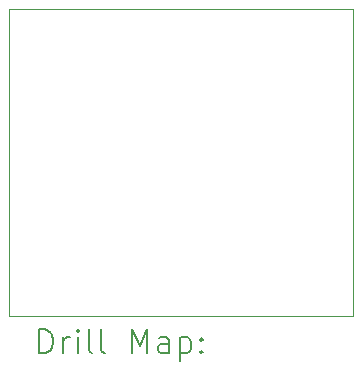
<source format=gbr>
%TF.GenerationSoftware,KiCad,Pcbnew,8.0.2*%
%TF.CreationDate,2024-08-21T00:08:59-07:00*%
%TF.ProjectId,socket_test,736f636b-6574-45f7-9465-73742e6b6963,rev?*%
%TF.SameCoordinates,Original*%
%TF.FileFunction,Drillmap*%
%TF.FilePolarity,Positive*%
%FSLAX45Y45*%
G04 Gerber Fmt 4.5, Leading zero omitted, Abs format (unit mm)*
G04 Created by KiCad (PCBNEW 8.0.2) date 2024-08-21 00:08:59*
%MOMM*%
%LPD*%
G01*
G04 APERTURE LIST*
%ADD10C,0.050000*%
%ADD11C,0.200000*%
G04 APERTURE END LIST*
D10*
X23558500Y-12506960D02*
X26469340Y-12506960D01*
X26469340Y-15105380D01*
X23558500Y-15105380D01*
X23558500Y-12506960D01*
D11*
X23816777Y-15419364D02*
X23816777Y-15219364D01*
X23816777Y-15219364D02*
X23864396Y-15219364D01*
X23864396Y-15219364D02*
X23892967Y-15228888D01*
X23892967Y-15228888D02*
X23912015Y-15247935D01*
X23912015Y-15247935D02*
X23921539Y-15266983D01*
X23921539Y-15266983D02*
X23931062Y-15305078D01*
X23931062Y-15305078D02*
X23931062Y-15333649D01*
X23931062Y-15333649D02*
X23921539Y-15371745D01*
X23921539Y-15371745D02*
X23912015Y-15390792D01*
X23912015Y-15390792D02*
X23892967Y-15409840D01*
X23892967Y-15409840D02*
X23864396Y-15419364D01*
X23864396Y-15419364D02*
X23816777Y-15419364D01*
X24016777Y-15419364D02*
X24016777Y-15286030D01*
X24016777Y-15324126D02*
X24026301Y-15305078D01*
X24026301Y-15305078D02*
X24035824Y-15295554D01*
X24035824Y-15295554D02*
X24054872Y-15286030D01*
X24054872Y-15286030D02*
X24073920Y-15286030D01*
X24140586Y-15419364D02*
X24140586Y-15286030D01*
X24140586Y-15219364D02*
X24131062Y-15228888D01*
X24131062Y-15228888D02*
X24140586Y-15238411D01*
X24140586Y-15238411D02*
X24150110Y-15228888D01*
X24150110Y-15228888D02*
X24140586Y-15219364D01*
X24140586Y-15219364D02*
X24140586Y-15238411D01*
X24264396Y-15419364D02*
X24245348Y-15409840D01*
X24245348Y-15409840D02*
X24235824Y-15390792D01*
X24235824Y-15390792D02*
X24235824Y-15219364D01*
X24369158Y-15419364D02*
X24350110Y-15409840D01*
X24350110Y-15409840D02*
X24340586Y-15390792D01*
X24340586Y-15390792D02*
X24340586Y-15219364D01*
X24597729Y-15419364D02*
X24597729Y-15219364D01*
X24597729Y-15219364D02*
X24664396Y-15362221D01*
X24664396Y-15362221D02*
X24731062Y-15219364D01*
X24731062Y-15219364D02*
X24731062Y-15419364D01*
X24912015Y-15419364D02*
X24912015Y-15314602D01*
X24912015Y-15314602D02*
X24902491Y-15295554D01*
X24902491Y-15295554D02*
X24883443Y-15286030D01*
X24883443Y-15286030D02*
X24845348Y-15286030D01*
X24845348Y-15286030D02*
X24826301Y-15295554D01*
X24912015Y-15409840D02*
X24892967Y-15419364D01*
X24892967Y-15419364D02*
X24845348Y-15419364D01*
X24845348Y-15419364D02*
X24826301Y-15409840D01*
X24826301Y-15409840D02*
X24816777Y-15390792D01*
X24816777Y-15390792D02*
X24816777Y-15371745D01*
X24816777Y-15371745D02*
X24826301Y-15352697D01*
X24826301Y-15352697D02*
X24845348Y-15343173D01*
X24845348Y-15343173D02*
X24892967Y-15343173D01*
X24892967Y-15343173D02*
X24912015Y-15333649D01*
X25007253Y-15286030D02*
X25007253Y-15486030D01*
X25007253Y-15295554D02*
X25026301Y-15286030D01*
X25026301Y-15286030D02*
X25064396Y-15286030D01*
X25064396Y-15286030D02*
X25083443Y-15295554D01*
X25083443Y-15295554D02*
X25092967Y-15305078D01*
X25092967Y-15305078D02*
X25102491Y-15324126D01*
X25102491Y-15324126D02*
X25102491Y-15381268D01*
X25102491Y-15381268D02*
X25092967Y-15400316D01*
X25092967Y-15400316D02*
X25083443Y-15409840D01*
X25083443Y-15409840D02*
X25064396Y-15419364D01*
X25064396Y-15419364D02*
X25026301Y-15419364D01*
X25026301Y-15419364D02*
X25007253Y-15409840D01*
X25188205Y-15400316D02*
X25197729Y-15409840D01*
X25197729Y-15409840D02*
X25188205Y-15419364D01*
X25188205Y-15419364D02*
X25178682Y-15409840D01*
X25178682Y-15409840D02*
X25188205Y-15400316D01*
X25188205Y-15400316D02*
X25188205Y-15419364D01*
X25188205Y-15295554D02*
X25197729Y-15305078D01*
X25197729Y-15305078D02*
X25188205Y-15314602D01*
X25188205Y-15314602D02*
X25178682Y-15305078D01*
X25178682Y-15305078D02*
X25188205Y-15295554D01*
X25188205Y-15295554D02*
X25188205Y-15314602D01*
M02*

</source>
